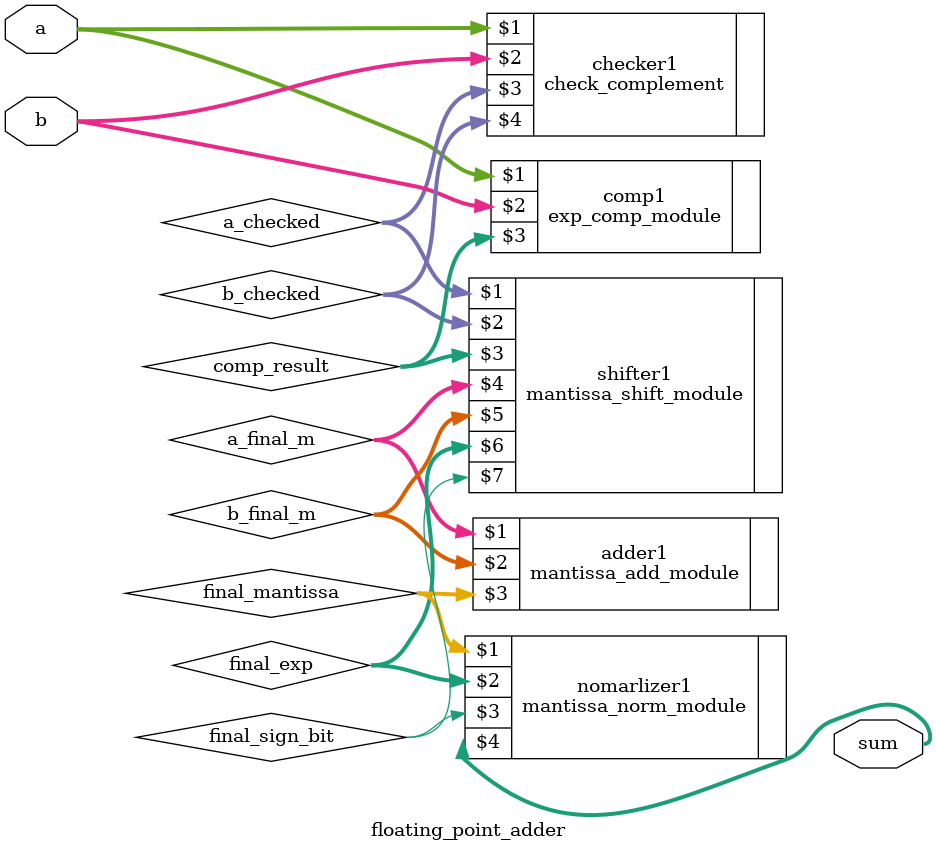
<source format=sv>
module floating_point_adder(input logic[32:0] a, b, output logic[32:0] sum);

	logic [8:0] comp_result, final_exp;
	logic [32:0] a_checked, b_checked;
	logic [23:0] a_final_m, b_final_m;
	logic [24:0] final_mantissa; 
	logic final_sign_bit;
	
	exp_comp_module comp1(a, b, comp_result);
	
	check_complement checker1(a, b, a_checked, b_checked);
	
	mantissa_shift_module shifter1(a_checked, b_checked, comp_result, a_final_m, b_final_m, final_exp, final_sign_bit);
	
	mantissa_add_module adder1(a_final_m, b_final_m, final_mantissa);
	
	mantissa_norm_module nomarlizer1(final_mantissa, final_exp, final_sign_bit, sum);
	
endmodule 
</source>
